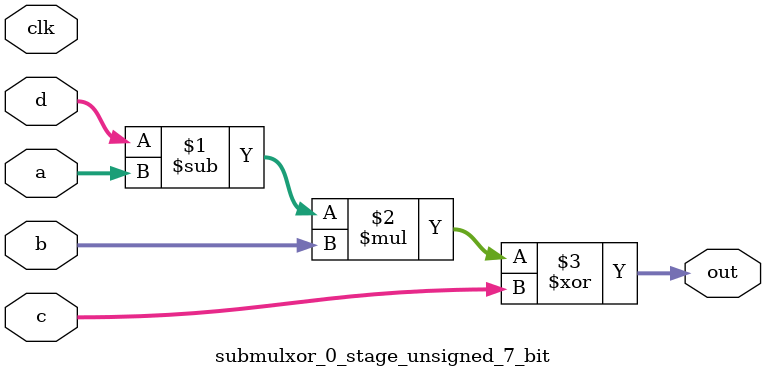
<source format=sv>
(* use_dsp = "yes" *) module submulxor_0_stage_unsigned_7_bit(
	input  [6:0] a,
	input  [6:0] b,
	input  [6:0] c,
	input  [6:0] d,
	output [6:0] out,
	input clk);

	assign out = ((d - a) * b) ^ c;
endmodule

</source>
